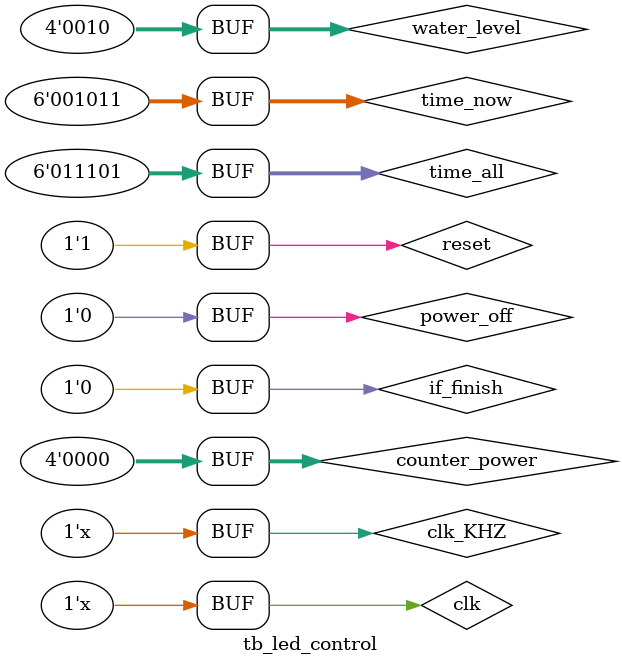
<source format=v>
`timescale 1ns / 1ps


module tb_led_control();
reg clk,clk_KHZ,reset,if_finish,power_off;
reg [3:0]counter_power;
reg [3:0]water_level;
reg [5:0]time_now,time_all;
wire [7:0]state,count;
led_shine A(clk,clk_KHZ,reset,if_finish,
counter_power,water_level,time_now,power_off,time_all,state,count);
initial begin
clk<=0;
clk_KHZ<=0;
end
initial begin
   reset<=0;
   if_finish<=0;
   power_off<=0;
   counter_power<=0;
   water_level<=2;
   time_now<=11;
   time_all<=29;
   #(5)  reset<=1;

   end
    always  begin
             #(5) clk <= ~clk;
             clk_KHZ<=~clk_KHZ;
     end    
endmodule


</source>
